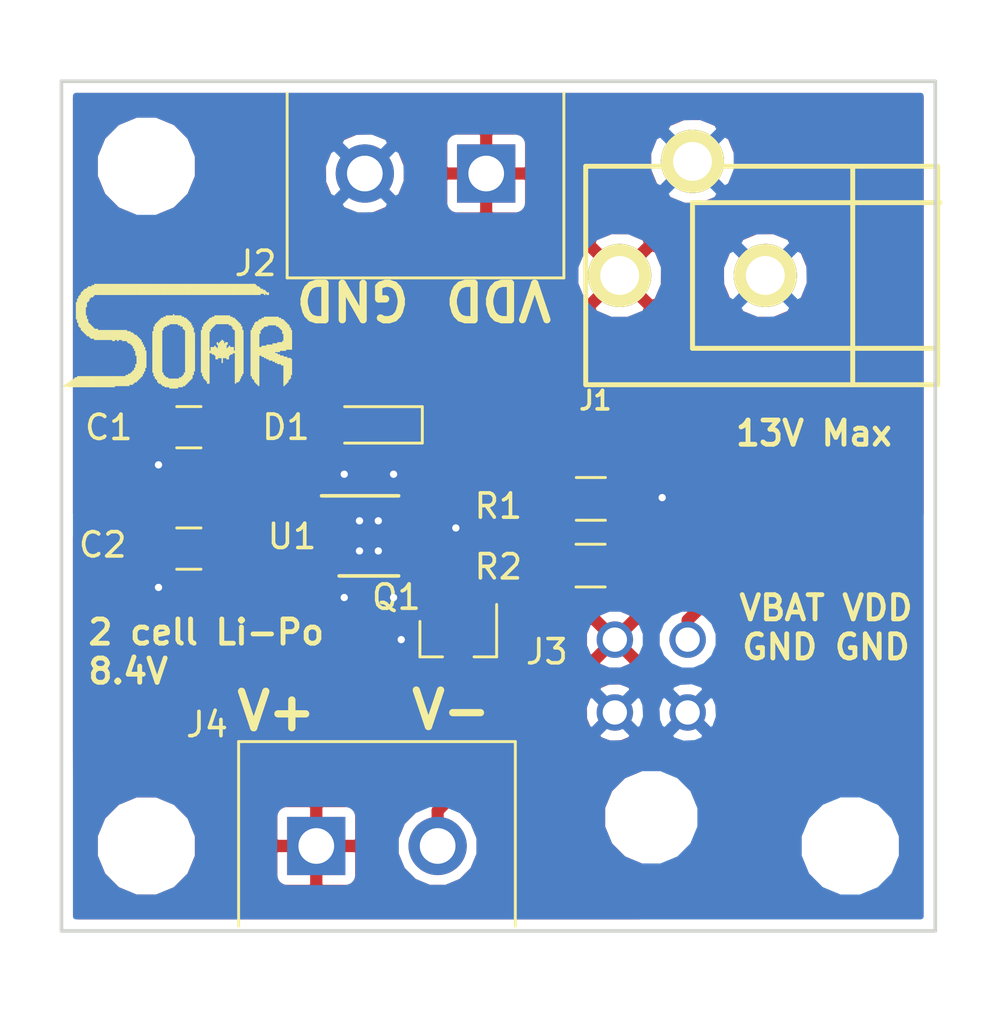
<source format=kicad_pcb>
(kicad_pcb (version 4) (host pcbnew 4.0.7)
  (layers (0 F.Cu signal) (31 B.Cu signal) (34 B.Paste user) (35 F.Paste user) (36 B.SilkS user) (37 F.SilkS user) (38 B.Mask user) (39 F.Mask user) (44 Edge.Cuts user))
  (net 0 "")
  (net 1 GND)
  (net 2 VDD)
  (net 3 "Net-(D1-Pad1)")
  (net 4 "Net-(R1-Pad1)")
  (net 5 "Net-(R2-Pad1)")
  (net 6 "Net-(U1-Pad5)")
  (net 7 "Net-(U1-Pad9)")
  (net 8 /VBAT+)
  (net 9 /VBAT-)
  (module Capacitors_SMD:C_0805_HandSoldering (layer F.Cu) (at 130.25 96.25 180)
    (fp_text reference C1 (at 3.298 -0.008 180) (layer F.SilkS))
    (fp_text value 4.7u)
    (pad 1 smd rect (at -1.25 0 180) (size 1.5 1.25) (layers F.Cu F.Paste F.Mask) (net 2 VDD))
    (pad 2 smd rect (at 1.25 0 180) (size 1.5 1.25) (layers F.Cu F.Paste F.Mask) (net 1 GND))
  )
  (module Capacitors_SMD:C_0805_HandSoldering (layer F.Cu) (at 130.25 101.25 180)
    (fp_text reference C2 (at 3.548 0.154 180) (layer F.SilkS))
    (fp_text value 4.7u)
    (pad 1 smd rect (at -1.25 0 180) (size 1.5 1.25) (layers F.Cu F.Paste F.Mask) (net 8 /VBAT+))
    (pad 2 smd rect (at 1.25 0 180) (size 1.5 1.25) (layers F.Cu F.Paste F.Mask) (net 1 GND))
  )
  (module TO_SOT_Packages_SMD:SOT-23 (layer F.Cu) (at 141.35 104.95 270)
    (fp_text reference Q1 (at -1.7 2.55 360) (layer F.SilkS))
    (fp_text value Q_NMOS_GSD)
    (pad 1 smd rect (at -1 -0.95 270) (size 0.9 0.8) (layers F.Cu F.Paste F.Mask) (net 8 /VBAT+))
    (pad 2 smd rect (at -1 0.95 270) (size 0.9 0.8) (layers F.Cu F.Paste F.Mask) (net 1 GND))
    (pad 3 smd rect (at 1 0 270) (size 0.9 0.8) (layers F.Cu F.Paste F.Mask) (net 9 /VBAT-))
  )
  (module LEDs:LED_0805_HandSoldering (layer F.Cu) (at 137.668 96.154 180)
    (fp_text reference D1 (at 3.418 -0.096 180) (layer F.SilkS))
    (fp_text value LED)
    (pad 1 smd rect (at -1.35 0 180) (size 1.5 1.3) (layers F.Cu F.Paste F.Mask) (net 3 "Net-(D1-Pad1)"))
    (pad 2 smd rect (at 1.35 0 180) (size 1.5 1.3) (layers F.Cu F.Paste F.Mask) (net 2 VDD))
  )
  (module Resistors_SMD:R_0805_HandSoldering (layer F.Cu) (at 146.812 99.202)
    (fp_text reference R1 (at -3.812 0.298) (layer F.SilkS))
    (fp_text value 3K)
    (pad 1 smd rect (at -1.35 0) (size 1.5 1.3) (layers F.Cu F.Paste F.Mask) (net 4 "Net-(R1-Pad1)"))
    (pad 2 smd rect (at 1.35 0) (size 1.5 1.3) (layers F.Cu F.Paste F.Mask) (net 1 GND))
  )
  (module Resistors_SMD:R_0805_HandSoldering (layer F.Cu) (at 146.8 101.95)
    (fp_text reference R2 (at -3.8 0.05) (layer F.SilkS))
    (fp_text value 1K)
    (pad 1 smd rect (at -1.35 0) (size 1.5 1.3) (layers F.Cu F.Paste F.Mask) (net 5 "Net-(R2-Pad1)"))
    (pad 2 smd rect (at 1.35 0) (size 1.5 1.3) (layers F.Cu F.Paste F.Mask) (net 3 "Net-(D1-Pad1)"))
  )
  (module Housings_DFN_QFN:DFN-10-1EP_3x3mm_Pitch0.5mm (layer F.Cu) (at 137.668 100.726)
    (fp_text reference U1 (at -3.168 0.024) (layer F.SilkS))
    (fp_text value MCP73213)
    (pad 1 smd rect (at -1.55 -1) (size 0.65 0.3) (layers F.Cu F.Paste F.Mask) (net 2 VDD))
    (pad 2 smd rect (at -1.55 -0.5) (size 0.65 0.3) (layers F.Cu F.Paste F.Mask) (net 2 VDD))
    (pad 3 smd rect (at -1.55 0) (size 0.65 0.3) (layers F.Cu F.Paste F.Mask) (net 8 /VBAT+))
    (pad 4 smd rect (at -1.55 0.5) (size 0.65 0.3) (layers F.Cu F.Paste F.Mask) (net 8 /VBAT+))
    (pad 5 smd rect (at -1.55 1) (size 0.65 0.3) (layers F.Cu F.Paste F.Mask) (net 6 "Net-(U1-Pad5)"))
    (pad 6 smd rect (at 1.55 1) (size 0.65 0.3) (layers F.Cu F.Paste F.Mask))
    (pad 7 smd rect (at 1.55 0.5) (size 0.65 0.3) (layers F.Cu F.Paste F.Mask) (net 5 "Net-(R2-Pad1)"))
    (pad 8 smd rect (at 1.55 0) (size 0.65 0.3) (layers F.Cu F.Paste F.Mask) (net 1 GND))
    (pad 9 smd rect (at 1.55 -0.5) (size 0.65 0.3) (layers F.Cu F.Paste F.Mask) (net 7 "Net-(U1-Pad9)"))
    (pad 10 smd rect (at 1.55 -1) (size 0.65 0.3) (layers F.Cu F.Paste F.Mask) (net 4 "Net-(R1-Pad1)"))
    (pad 11 smd rect (at 0.3875 0.62) (size 0.775 1.24) (layers F.Cu F.Paste F.Mask) (net 1 GND))
    (pad 11 smd rect (at 0.3875 -0.62) (size 0.775 1.24) (layers F.Cu F.Paste F.Mask) (net 1 GND))
    (pad 11 smd rect (at -0.3875 0.62) (size 0.775 1.24) (layers F.Cu F.Paste F.Mask) (net 1 GND))
    (pad 11 smd rect (at -0.3875 -0.62) (size 0.775 1.24) (layers F.Cu F.Paste F.Mask) (net 1 GND))
  )
  (module Mounting_Holes:MountingHole_3.2mm_M3 (layer F.Cu) (at 128.5 85.5)
    (fp_text reference MK2 hide)
    (fp_text value Mounting_Hole)
    (pad 1 np_thru_hole circle (at 0 0) (size 3.2 3.2) (drill 3.2) (layers *.Cu *.Mask))
  )
  (module Mounting_Holes:MountingHole_3.2mm_M3 (layer F.Cu) (at 128.5 113.5)
    (fp_text reference MK1 hide)
    (fp_text value Mounting_Hole)
    (pad 1 np_thru_hole circle (at 0 0) (size 3.2 3.2) (drill 3.2) (layers *.Cu *.Mask))
  )
  (module Mounting_Holes:MountingHole_3.2mm_M3 (layer F.Cu) (at 157.5 113.5)
    (fp_text reference MK3 hide)
    (fp_text value Mounting_Hole)
    (pad 1 np_thru_hole circle (at 0 0) (size 3.2 3.2) (drill 3.2) (layers *.Cu *.Mask))
  )
  (module SOAR_Kicad_Library:CUI_PJ-102A_2.5mm_DC_JACK (layer F.Cu) (at 151 90 270)
    (fp_text reference J1 (at 5.15 4 360) (layer F.SilkS) (effects (font (size 0.762 0.762) (thickness 0.1524))))
    (fp_text value Barrel_Jack hide)
    (pad 1 thru_hole circle (at 0 3 270) (size 2.6 2.6) (drill 1.6) (layers *.Cu *.Mask F.SilkS) (net 2 VDD))
    (pad 2 thru_hole circle (at 0 -3 270) (size 2.6 2.6) (drill 1.6) (layers *.Cu *.Mask F.SilkS) (net 1 GND))
    (pad 3 thru_hole circle (at -4.7 0 270) (size 2.6 2.6) (drill 1.6) (layers *.Cu *.Mask F.SilkS) (net 1 GND))
  )
  (module SOAR_Kicad_Library:TerminalBlock_5mm_2POS_ED2600 (layer F.Cu) (at 142.5 85.8 180)
    (fp_text reference J2 (at 9.5 -3.7 180) (layer F.SilkS))
    (fp_text value "Input Terms.")
    (pad 1 thru_hole rect (at 0 0 180) (size 2.4 2.4) (drill 1.47) (layers *.Cu *.Mask) (net 2 VDD))
    (pad 2 thru_hole circle (at 5 0 180) (size 2.4 2.4) (drill 1.47) (layers *.Cu *.Mask) (net 1 GND))
  )
  (module SOAR_Kicad_Library:Molex_Micro-Fit_3.0_43045-0400_2x02_P3.00mm_Horizontal (layer F.Cu) (at 149.3 116.92)
    (fp_text reference J3 (at -4.3 -11.42 180) (layer F.SilkS))
    (fp_text value Conn_01x04_Male)
    (pad "" np_thru_hole circle (at 0 -4.6 180) (size 3 3) (drill 3) (layers *.Cu *.Mask))
    (pad 1 thru_hole circle (at 1.5 -8.92 180) (size 1.5 1.5) (drill 1) (layers *.Cu *.Mask) (net 1 GND))
    (pad 2 thru_hole circle (at -1.5 -8.92 180) (size 1.5 1.5) (drill 1) (layers *.Cu *.Mask) (net 1 GND))
    (pad 3 thru_hole circle (at 1.5 -11.92 180) (size 1.5 1.5) (drill 1) (layers *.Cu *.Mask) (net 2 VDD))
    (pad 4 thru_hole circle (at -1.5 -11.92 180) (size 1.5 1.5) (drill 1) (layers *.Cu *.Mask) (net 8 /VBAT+))
  )
  (module SOAR_Kicad_Library:TerminalBlock_5mm_2POS_ED2600 (layer F.Cu) (at 135.5 113.5)
    (fp_text reference J4 (at -4.5 -5) (layer F.SilkS))
    (fp_text value Bat.Terms.)
    (pad 1 thru_hole rect (at 0 0) (size 2.4 2.4) (drill 1.47) (layers *.Cu *.Mask) (net 8 /VBAT+))
    (pad 2 thru_hole circle (at 5 0) (size 2.4 2.4) (drill 1.47) (layers *.Cu *.Mask) (net 9 /VBAT-))
  )
  (module SOAR_Kicad_Library:LOGO_SOAR (layer F.Cu) (at 124 89.5)
    (fp_text reference LOGO_SOAR hide)
    (fp_text value "" (at 0 0) (layer F.SilkS))
  )
  (gr_text "VBAT VDD\nGND GND" (at 156.5 104.5) (layer F.SilkS) (effects (font (size 1 1) (thickness 0.2))))
  (gr_text "13V Max" (at 156 96.5) (layer F.SilkS) (effects (font (size 1 1) (thickness 0.2))))
  (gr_text "2 cell Li-Po\n8.4V" (at 126 105.5) (layer F.SilkS) (effects (font (size 1 1) (thickness 0.2)) (justify left)))
  (gr_text V- (at 141.05 107.9) (layer F.SilkS) (effects (font (size 1.5 1.5) (thickness 0.3))))
  (gr_text V+ (at 133.85 107.95) (layer F.SilkS) (effects (font (size 1.5 1.5) (thickness 0.3))))
  (gr_text GND (at 137 91 180) (layer F.SilkS) (effects (font (size 1.5 1.5) (thickness 0.3))))
  (gr_text VDD (at 143 91 180) (layer F.SilkS) (effects (font (size 1.5 1.5) (thickness 0.3))))
  (gr_line (start 161 117) (end 161 82) (angle 90) (layer Edge.Cuts) (width 0.15))
  (gr_line (start 125 117) (end 125 82) (angle 90) (layer Edge.Cuts) (width 0.15))
  (gr_line (start 125 82) (end 161 82) (angle 90) (layer Edge.Cuts) (width 0.15))
  (gr_line (start 125 117) (end 161 117) (angle 90) (layer Edge.Cuts) (width 0.15))
  (segment (start 140.05 103.95) (end 139 105) (width 0.5) (layer F.Cu) (net 1))
  (via (at 139 105) (size 0.6) (drill 0.3) (layers F.Cu B.Cu) (net 1))
  (segment (start 140.4 103.95) (end 140.05 103.95) (width 0.5) (layer F.Cu) (net 1))
  (segment (start 129 101.25) (end 129 102.85) (width 0.25) (layer F.Cu) (net 1))
  (via (at 129 102.85) (size 0.6) (drill 0.3) (layers F.Cu B.Cu) (net 1))
  (segment (start 129 96.25) (end 129 97.8) (width 0.25) (layer F.Cu) (net 1))
  (via (at 141.25 100.4) (size 0.6) (drill 0.3) (layers F.Cu B.Cu) (net 1))
  (segment (start 141.25 100.4) (end 140.924 100.726) (width 0.25) (layer F.Cu) (net 1))
  (segment (start 140.924 100.726) (end 139.218 100.726) (width 0.25) (layer F.Cu) (net 1))
  (via (at 149.75 99.15) (size 0.6) (drill 0.3) (layers F.Cu B.Cu) (net 1))
  (segment (start 148.162 99.202) (end 149.698 99.202) (width 0.25) (layer F.Cu) (net 1))
  (segment (start 149.698 99.202) (end 149.75 99.15) (width 0.25) (layer F.Cu) (net 1))
  (via (at 129 97.8) (size 0.6) (drill 0.3) (layers F.Cu B.Cu) (net 1))
  (via (at 138.0555 101.346) (size 0.6) (drill 0.3) (layers F.Cu B.Cu) (net 1))
  (segment (start 138.684 103.266) (end 138.0555 102.6375) (width 0.5) (layer F.Cu) (net 1))
  (via (at 138.684 103.266) (size 0.6) (drill 0.3) (layers F.Cu B.Cu) (net 1))
  (segment (start 138.0555 101.346) (end 138.0555 102.6375) (width 0.5) (layer F.Cu) (net 1))
  (via (at 137.2805 101.346) (size 0.6) (drill 0.3) (layers F.Cu B.Cu) (net 1))
  (via (at 136.652 103.266) (size 0.6) (drill 0.3) (layers F.Cu B.Cu) (net 1))
  (segment (start 136.652 103.266) (end 137.2805 102.6375) (width 0.5) (layer F.Cu) (net 1))
  (segment (start 137.2805 101.346) (end 137.2805 102.6375) (width 0.5) (layer F.Cu) (net 1))
  (via (at 138.0555 100.106) (size 0.6) (drill 0.3) (layers F.Cu B.Cu) (net 1))
  (segment (start 138.684 98.186) (end 138.0555 98.8145) (width 0.5) (layer F.Cu) (net 1))
  (via (at 138.684 98.186) (size 0.6) (drill 0.3) (layers F.Cu B.Cu) (net 1))
  (segment (start 138.0555 100.106) (end 138.0555 98.8145) (width 0.5) (layer F.Cu) (net 1))
  (via (at 137.2805 100.106) (size 0.6) (drill 0.3) (layers F.Cu B.Cu) (net 1))
  (segment (start 137.2805 100.106) (end 137.2805 98.8145) (width 0.5) (layer F.Cu) (net 1))
  (via (at 136.652 98.186) (size 0.6) (drill 0.3) (layers F.Cu B.Cu) (net 1))
  (segment (start 136.652 98.186) (end 137.2805 98.8145) (width 0.5) (layer F.Cu) (net 1))
  (segment (start 150.8 105) (end 150.8 104.2) (width 0.5) (layer F.Cu) (net 2))
  (segment (start 150.8 104.2) (end 154.75 100.25) (width 0.5) (layer F.Cu) (net 2))
  (segment (start 154.75 100.25) (end 154.75 98.75) (width 0.5) (layer F.Cu) (net 2))
  (segment (start 136.118 100.226) (end 136.118 99.726) (width 0.25) (layer F.Cu) (net 2))
  (segment (start 151 101.5) (end 151 98.108) (width 0.25) (layer F.Cu) (net 3))
  (segment (start 148.15 101.95) (end 150.55 101.95) (width 0.25) (layer F.Cu) (net 3))
  (segment (start 150.55 101.95) (end 151 101.5) (width 0.25) (layer F.Cu) (net 3))
  (segment (start 142.154 96.154) (end 139.018 96.154) (width 0.25) (layer F.Cu) (net 3))
  (segment (start 151 98.108) (end 149.892 97) (width 0.25) (layer F.Cu) (net 3))
  (segment (start 149.892 97) (end 143 97) (width 0.25) (layer F.Cu) (net 3))
  (segment (start 143 97) (end 142.154 96.154) (width 0.25) (layer F.Cu) (net 3))
  (segment (start 139.218 99.726) (end 141.716 99.726) (width 0.25) (layer F.Cu) (net 4))
  (segment (start 142.24 99.202) (end 145.462 99.202) (width 0.25) (layer F.Cu) (net 4))
  (segment (start 141.716 99.726) (end 142.24 99.202) (width 0.25) (layer F.Cu) (net 4))
  (segment (start 143.55 101.226) (end 144.438 101.226) (width 0.25) (layer F.Cu) (net 5))
  (segment (start 139.218 101.226) (end 143.55 101.226) (width 0.25) (layer F.Cu) (net 5))
  (segment (start 143.55 101.226) (end 144.726 101.226) (width 0.25) (layer F.Cu) (net 5))
  (segment (start 144.726 101.226) (end 145.45 101.95) (width 0.25) (layer F.Cu) (net 5))
  (segment (start 136.118 100.726) (end 135.474 100.726) (width 0.25) (layer F.Cu) (net 8))
  (segment (start 136.118 101.226) (end 135.176 101.226) (width 0.25) (layer F.Cu) (net 8))
  (segment (start 136.118 100.726) (end 136.118 101.226) (width 0.25) (layer F.Cu) (net 8))
  (segment (start 140.5 112.05) (end 141.3 111.25) (width 0.5) (layer F.Cu) (net 9))
  (segment (start 141.3 111.25) (end 141.3 106.3) (width 0.5) (layer F.Cu) (net 9))
  (segment (start 140.5 113.5) (end 140.5 112.05) (width 0.5) (layer F.Cu) (net 9))
  (segment (start 140 113) (end 140.5 113.5) (width 0.5) (layer F.Cu) (net 9))
  (zone (net 1) (net_name GND) (layer B.Cu) (connect_pads (clearance 0.4)) (min_thickness 0.254) (fill yes (arc_segments 16) (thermal_gap 0.4) (thermal_bridge_width 0.5))
    (polygon (pts (xy 161 117.5) (xy 123.5 117.5) (xy 123.5 81) (xy 161 81)))
  )
  (zone (net 2) (net_name VDD) (layer F.Cu) (priority 1) (connect_pads thru_hole_only (clearance 0.4)) (min_thickness 0.4) (fill yes (arc_segments 16) (thermal_gap 0.4) (thermal_bridge_width 0.5))
    (polygon (pts (xy 162 100) (xy 124 100) (xy 124 81.5) (xy 162 81.5)))
  )
  (zone (net 8) (net_name /VBAT+) (layer F.Cu) (connect_pads thru_hole_only (clearance 0.4)) (min_thickness 0.4) (fill yes (arc_segments 16) (thermal_gap 0.4) (thermal_bridge_width 0.508))
    (polygon (pts (xy 149 118) (xy 125.5 118) (xy 125.45 100.575) (xy 149 100.5)))
  )
)
</source>
